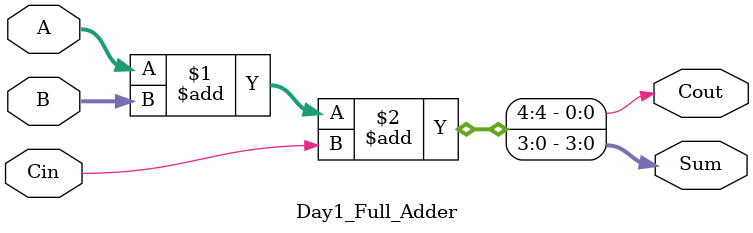
<source format=v>
module Day1_Full_Adder(input [3:0] A,
                       input [3:0] B,
                       input Cin,
                       output [3:0]Sum,
                       output Cout);
  //The sum of A and B can be stored in Sum and Cout using the concatenation operator
  
  assign {Cout, Sum[3:0]} = A +B +Cin;
  
endmodule


</source>
